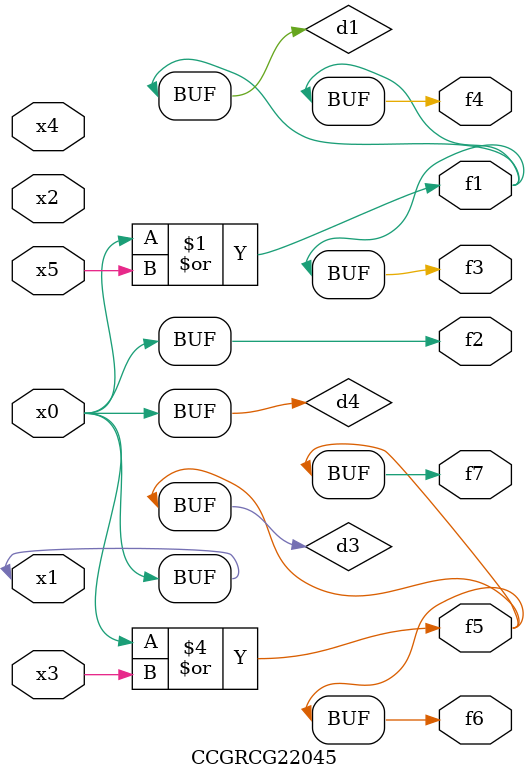
<source format=v>
module CCGRCG22045(
	input x0, x1, x2, x3, x4, x5,
	output f1, f2, f3, f4, f5, f6, f7
);

	wire d1, d2, d3, d4;

	or (d1, x0, x5);
	xnor (d2, x1, x4);
	or (d3, x0, x3);
	buf (d4, x0, x1);
	assign f1 = d1;
	assign f2 = d4;
	assign f3 = d1;
	assign f4 = d1;
	assign f5 = d3;
	assign f6 = d3;
	assign f7 = d3;
endmodule

</source>
